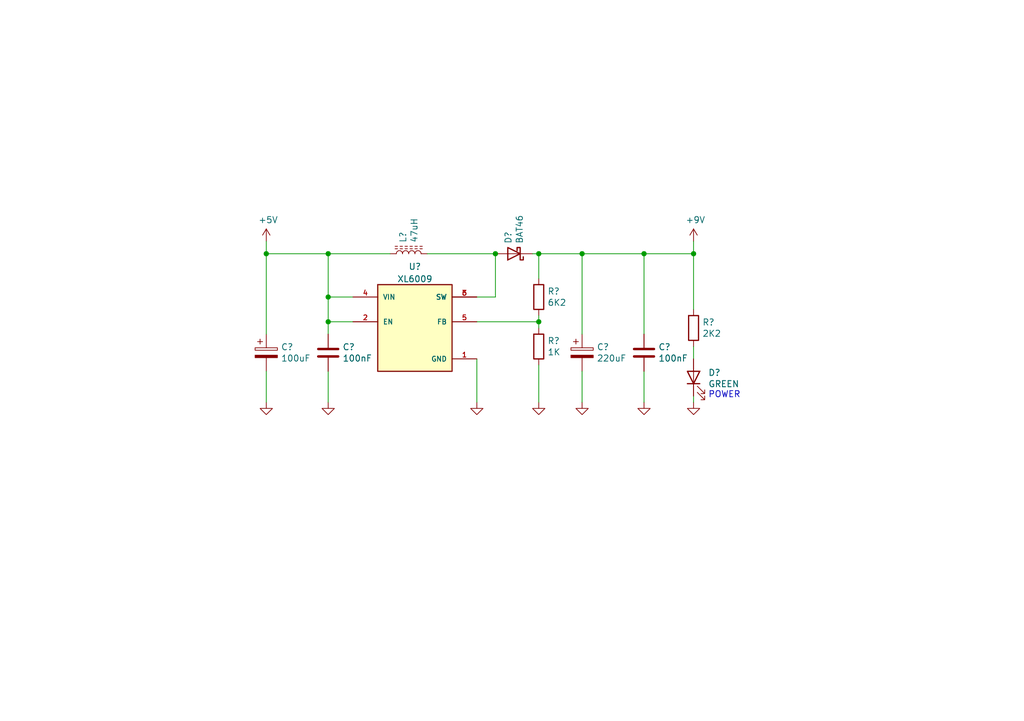
<source format=kicad_sch>
(kicad_sch (version 20211123) (generator eeschema)
  (paper "A5")
  (title_block (title "USB Flash/EPROM Programmer") (date "2022-05-19") (rev "DRAFT") (company "Robson Martins") (comment 1 "https://usbflashprog.robsonmartins.com") (comment 2 "Proposal with Boost Converter to eliminate external power supply.") (comment 3 "This is a DRAFT. Not yet a part of the main project."))
  (lib_symbols
    (symbol "Device:C" (pin_numbers hide) (pin_names (offset 0.254))
      (property "Reference" "C" (at 0.635 2.54 0))
      (property "Value" "C" (at 0.635 -2.54 0))
      (symbol "C_0_1"
        (polyline (pts (xy -2.032 -0.762) (xy 2.032 -0.762)) (stroke (width 0.508)))
        (polyline (pts (xy -2.032 0.762) (xy 2.032 0.762)) (stroke (width 0.508)))
      )
      (symbol "C_1_1"
        (pin passive line (at 0 3.81 270) (length 2.794) (name "~") (number "1"))
        (pin passive line (at 0 -3.81 90) (length 2.794) (name "~") (number "2"))
      )
    )
    (symbol "Device:C_Polarized" (pin_numbers hide) (pin_names (offset 0.254))
      (property "Reference" "C" (at 0.635 2.54 0))
      (property "Value" "C_Polarized" (at 0.635 -2.54 0))
      (symbol "C_Polarized_0_1"
        (rectangle (start -2.286 0.508) (end 2.286 1.016))
        (polyline (pts (xy -1.778 2.286) (xy -0.762 2.286)))
        (polyline (pts (xy -1.27 2.794) (xy -1.27 1.778)))
        (rectangle (start 2.286 -0.508) (end -2.286 -1.016) (fill (type outline)))
      )
      (symbol "C_Polarized_1_1"
        (pin passive line (at 0 3.81 270) (length 2.794) (name "~") (number "1"))
        (pin passive line (at 0 -3.81 90) (length 2.794) (name "~") (number "2"))
      )
    )
    (symbol "Device:LED" (pin_numbers hide) (pin_names (offset 1.016) hide)
      (property "Reference" "D" (at 0 2.54 0))
      (property "Value" "LED" (at 0 -2.54 0))
      (symbol "LED_0_1"
        (polyline (pts (xy -1.27 -1.27) (xy -1.27 1.27)) (stroke (width 0.254)))
        (polyline (pts (xy -1.27 0) (xy 1.27 0)))
        (polyline (pts (xy 1.27 -1.27) (xy 1.27 1.27) (xy -1.27 0) (xy 1.27 -1.27)) (stroke (width 0.254)))
        (polyline (pts (xy -3.048 -0.762) (xy -4.572 -2.286) (xy -3.81 -2.286) (xy -4.572 -2.286) (xy -4.572 -1.524)))
        (polyline (pts (xy -1.778 -0.762) (xy -3.302 -2.286) (xy -2.54 -2.286) (xy -3.302 -2.286) (xy -3.302 -1.524)))
      )
      (symbol "LED_1_1"
        (pin passive line (at -3.81 0 0) (length 2.54) (name "K") (number "1"))
        (pin passive line (at 3.81 0 180) (length 2.54) (name "A") (number "2"))
      )
    )
    (symbol "Device:L_Ferrite" (pin_numbers hide) (pin_names (offset 1.016) hide)
      (property "Reference" "L" (at -1.27 0 90))
      (property "Value" "L_Ferrite" (at 2.794 0 90))
      (symbol "L_Ferrite_0_1"
        (arc (start 0 -2.54) (mid 0.635 -1.905) (end 0 -1.27))
        (arc (start 0 -1.27) (mid 0.635 -0.635) (end 0 0))
        (polyline (pts (xy 1.016 -2.794) (xy 1.016 -2.286)))
        (polyline (pts (xy 1.016 -1.778) (xy 1.016 -1.27)))
        (polyline (pts (xy 1.016 -0.762) (xy 1.016 -0.254)))
        (polyline (pts (xy 1.016 0.254) (xy 1.016 0.762)))
        (polyline (pts (xy 1.016 1.27) (xy 1.016 1.778)))
        (polyline (pts (xy 1.016 2.286) (xy 1.016 2.794)))
        (polyline (pts (xy 1.524 -2.286) (xy 1.524 -2.794)))
        (polyline (pts (xy 1.524 -1.27) (xy 1.524 -1.778)))
        (polyline (pts (xy 1.524 -0.254) (xy 1.524 -0.762)))
        (polyline (pts (xy 1.524 0.762) (xy 1.524 0.254)))
        (polyline (pts (xy 1.524 1.778) (xy 1.524 1.27)))
        (polyline (pts (xy 1.524 2.794) (xy 1.524 2.286)))
        (arc (start 0 0) (mid 0.635 0.635) (end 0 1.27))
        (arc (start 0 1.27) (mid 0.635 1.905) (end 0 2.54))
      )
      (symbol "L_Ferrite_1_1"
        (pin passive line (at 0 3.81 270) (length 1.27) (name "1") (number "1"))
        (pin passive line (at 0 -3.81 90) (length 1.27) (name "2") (number "2"))
      )
    )
    (symbol "Device:R" (pin_numbers hide) (pin_names (offset 0))
      (property "Reference" "R" (at 2.032 0 90))
      (property "Value" "R" (at 0 0 90))
      (symbol "R_0_1"
        (rectangle (start -1.016 -2.54) (end 1.016 2.54) (stroke (width 0.254)))
      )
      (symbol "R_1_1"
        (pin passive line (at 0 3.81 270) (length 1.27) (name "~") (number "1"))
        (pin passive line (at 0 -3.81 90) (length 1.27) (name "~") (number "2"))
      )
    )
    (symbol "Diode:BAT46" (pin_numbers hide) (pin_names (offset 1.016) hide)
      (property "Reference" "D" (at 0 2.54 0))
      (property "Value" "BAT46" (at 0 -2.54 0))
      (symbol "BAT46_0_1"
        (polyline (pts (xy 1.27 0) (xy -1.27 0)))
        (polyline (pts (xy 1.27 1.27) (xy 1.27 -1.27) (xy -1.27 0) (xy 1.27 1.27)) (stroke (width 0.254)))
        (polyline (pts (xy -1.905 0.635) (xy -1.905 1.27) (xy -1.27 1.27) (xy -1.27 -1.27) (xy -0.635 -1.27) (xy -0.635 -0.635)) (stroke (width 0.254)))
      )
      (symbol "BAT46_1_1"
        (pin passive line (at -3.81 0 0) (length 2.54) (name "K") (number "1"))
        (pin passive line (at 3.81 0 180) (length 2.54) (name "A") (number "2"))
      )
    )
    (symbol "XL6009:XL6009" (pin_names (offset 1.016))
      (property "Reference" "VR" (at -7.62 8.89 0))
      (property "Value" "XL6009" (at -7.62 -11.43 0))
      (symbol "XL6009_0_0"
        (rectangle (start -7.62 -10.16) (end 7.62 7.62) (stroke (width 0.254)) (fill (type background)))
        (pin power_in line (at 12.7 -7.62 180) (length 5.08) (name "GND") (number "1"))
        (pin input line (at -12.7 0 0) (length 5.08) (name "EN") (number "2"))
        (pin output line (at 12.7 5.08 180) (length 5.08) (name "SW") (number "3"))
        (pin input line (at -12.7 5.08 0) (length 5.08) (name "VIN") (number "4"))
        (pin input line (at 12.7 0 180) (length 5.08) (name "FB") (number "5"))
        (pin output line (at 12.7 5.08 180) (length 5.08) (name "SW") (number "6"))
      )
    )
    (symbol "power:+5V" (power) (pin_names (offset 0))
      (property "Value" "+5V" (at 0 3.556 0))
      (symbol "+5V_0_1"
        (polyline (pts (xy -0.762 1.27) (xy 0 2.54)))
        (polyline (pts (xy 0 0) (xy 0 2.54)))
        (polyline (pts (xy 0 2.54) (xy 0.762 1.27)))
      )
      (symbol "+5V_1_1"
        (pin power_in line (at 0 0 90) (length 0) hide (name "+5V") (number "1"))
      )
    )
    (symbol "power:+9V" (power) (pin_names (offset 0))
      (property "Value" "+9V" (at 0 3.556 0))
      (symbol "+9V_0_1"
        (polyline (pts (xy -0.762 1.27) (xy 0 2.54)))
        (polyline (pts (xy 0 0) (xy 0 2.54)))
        (polyline (pts (xy 0 2.54) (xy 0.762 1.27)))
      )
      (symbol "+9V_1_1"
        (pin power_in line (at 0 0 90) (length 0) hide (name "+9V") (number "1"))
      )
    )
    (symbol "power:GND" (power) (pin_names (offset 0))
      (property "Value" "GND" (at 0 -3.81 0))
      (symbol "GND_0_1"
        (polyline (pts (xy 0 0) (xy 0 -1.27) (xy 1.27 -1.27) (xy 0 -2.54) (xy -1.27 -1.27) (xy 0 -1.27)))
      )
      (symbol "GND_1_1"
        (pin power_in line (at 0 0 270) (length 0) hide (name "GND") (number "1"))
      )
    )
  )
  (junction (at 142.24 52.07))
  (junction (at 54.61 52.07))
  (junction (at 132.08 52.07))
  (junction (at 67.31 66.04))
  (junction (at 101.6 52.07))
  (junction (at 67.31 60.96))
  (junction (at 119.38 52.07))
  (junction (at 67.31 52.07))
  (junction (at 110.49 66.04))
  (junction (at 110.49 52.07))
  (wire (pts (xy 67.31 60.96) (xy 67.31 52.07)))
  (wire (pts (xy 119.38 82.55) (xy 119.38 76.2)))
  (wire (pts (xy 132.08 52.07) (xy 132.08 68.58)))
  (wire (pts (xy 142.24 52.07) (xy 132.08 52.07)))
  (wire (pts (xy 119.38 52.07) (xy 119.38 68.58)))
  (wire (pts (xy 67.31 66.04) (xy 72.39 66.04)))
  (wire (pts (xy 54.61 52.07) (xy 54.61 68.58)))
  (wire (pts (xy 72.39 60.96) (xy 67.31 60.96)))
  (wire (pts (xy 110.49 64.77) (xy 110.49 66.04)))
  (wire (pts (xy 54.61 52.07) (xy 67.31 52.07)))
  (wire (pts (xy 67.31 52.07) (xy 80.01 52.07)))
  (wire (pts (xy 54.61 82.55) (xy 54.61 76.2)))
  (wire (pts (xy 110.49 57.15) (xy 110.49 52.07)))
  (wire (pts (xy 142.24 49.53) (xy 142.24 52.07)))
  (wire (pts (xy 110.49 52.07) (xy 109.22 52.07)))
  (wire (pts (xy 110.49 74.93) (xy 110.49 82.55)))
  (wire (pts (xy 54.61 52.07) (xy 54.61 49.53)))
  (wire (pts (xy 101.6 60.96) (xy 97.79 60.96)))
  (wire (pts (xy 101.6 52.07) (xy 101.6 60.96)))
  (wire (pts (xy 97.79 66.04) (xy 110.49 66.04)))
  (wire (pts (xy 142.24 81.28) (xy 142.24 82.55)))
  (wire (pts (xy 97.79 73.66) (xy 97.79 82.55)))
  (wire (pts (xy 119.38 52.07) (xy 132.08 52.07)))
  (wire (pts (xy 132.08 76.2) (xy 132.08 82.55)))
  (wire (pts (xy 142.24 73.66) (xy 142.24 71.12)))
  (wire (pts (xy 67.31 66.04) (xy 67.31 68.58)))
  (wire (pts (xy 87.63 52.07) (xy 101.6 52.07)))
  (wire (pts (xy 67.31 60.96) (xy 67.31 66.04)))
  (wire (pts (xy 142.24 63.5) (xy 142.24 52.07)))
  (wire (pts (xy 67.31 76.2) (xy 67.31 82.55)))
  (wire (pts (xy 110.49 66.04) (xy 110.49 67.31)))
  (wire (pts (xy 110.49 52.07) (xy 119.38 52.07)))
  (text "POWER" (at 145.2372 81.8388 0) (effects (font (size 1.27 1.27)) (justify left bottom)))
  (symbol (lib_id "Device:C") (at 132.08 72.39 0) (unit 1)
    (property "Reference" "C?" (at 135.001 71.2216 0) (effects (justify left)))
    (property "Value" "100nF" (at 135.001 73.533 0) (effects (justify left)))
    (property "Footprint" "Capacitor_THT:C_Disc_D6.0mm_W2.5mm_P5.00mm" (effects hide))
  )
  (symbol (lib_id "Device:R") (at 142.24 67.31 0) (unit 1)
    (property "Reference" "R?" (at 144.018 66.1416 0) (effects (justify left)))
    (property "Value" "2K2" (at 144.018 68.453 0) (effects (justify left)))
    (property "Footprint" "Resistor_THT:R_Axial_DIN0207_L6.3mm_D2.5mm_P10.16mm_Horizontal" (effects hide))
  )
  (symbol (lib_id "Diode:BAT46") (at 105.41 52.07 180) (unit 1)
    (property "Reference" "D?" (at 104.2416 50.038 90) (effects (justify right)))
    (property "Value" "BAT46" (at 106.553 50.038 90) (effects (justify right)))
    (property "Footprint" "Diode_THT:D_DO-35_SOD27_P7.62mm_Horizontal" (effects hide))
    (property "Datasheet" "http://www.vishay.com/docs/85662/bat46.pdf" (effects hide))
  )
  (symbol (lib_id "Device:L_Ferrite") (at 83.82 52.07 90) (unit 1)
    (property "Reference" "L?" (at 82.6516 49.8348 0) (effects (justify left)))
    (property "Value" "47uH" (at 84.963 49.8348 0) (effects (justify left)))
    (property "Footprint" "Inductor_THT:L_Toroid_Vertical_L13.0mm_W6.5mm_P5.60mm" (effects hide))
  )
  (symbol (lib_id "XL6009:XL6009") (at 85.09 66.04 0) (unit 1)
    (property "Reference" "U?" (at 85.09 54.7202 0))
    (property "Value" "XL6009" (at 85.09 57.2571 0))
    (property "Footprint" "lib:DPAK170P1435X465-6N" (effects hide))
    (property "STANDARD" "IPC-7351B" (effects hide))
    (property "PARTREV" "1.1" (effects hide))
    (property "MANUFACTURER" "XLSEMI" (effects hide))
    (property "MAXIMUM_PACKAGE_HEIGHT" "4.65mm" (effects hide))
  )
  (symbol (lib_id "power:GND") (at 132.08 82.55 0) (unit 1)
    (property "Reference" "#PWR?" (effects hide))
    (property "Value" "GND" (effects hide))
  )
  (symbol (lib_id "power:+5V") (at 54.61 49.53 0) (unit 1)
    (property "Reference" "#PWR?" (effects hide))
    (property "Value" "+5V" (at 54.991 45.1358 0))
  )
  (symbol (lib_id "Device:C_Polarized") (at 54.61 72.39 0) (unit 1)
    (property "Reference" "C?" (at 57.6072 71.2216 0) (effects (justify left)))
    (property "Value" "100uF" (at 57.6072 73.533 0) (effects (justify left)))
    (property "Footprint" "Capacitor_THT:CP_Radial_D5.0mm_P2.50mm" (effects hide))
  )
  (symbol (lib_id "power:+9V") (at 142.24 49.53 0) (unit 1)
    (property "Reference" "#PWR?" (effects hide))
    (property "Value" "+9V" (at 142.621 45.1358 0))
  )
  (symbol (lib_id "power:GND") (at 54.61 82.55 0) (unit 1)
    (property "Reference" "#PWR?" (effects hide))
    (property "Value" "GND" (effects hide))
  )
  (symbol (lib_id "power:GND") (at 142.24 82.55 0) (unit 1)
    (property "Reference" "#PWR?" (effects hide))
    (property "Value" "GND" (effects hide))
  )
  (symbol (lib_id "Device:C") (at 67.31 72.39 0) (unit 1)
    (property "Reference" "C?" (at 70.231 71.2216 0) (effects (justify left)))
    (property "Value" "100nF" (at 70.231 73.533 0) (effects (justify left)))
    (property "Footprint" "Capacitor_THT:C_Disc_D6.0mm_W2.5mm_P5.00mm" (effects hide))
  )
  (symbol (lib_id "power:GND") (at 110.49 82.55 0) (unit 1)
    (property "Reference" "#PWR?" (effects hide))
    (property "Value" "GND" (effects hide))
  )
  (symbol (lib_id "power:GND") (at 97.79 82.55 0) (unit 1)
    (property "Reference" "#PWR?" (effects hide))
    (property "Value" "GND" (effects hide))
  )
  (symbol (lib_id "Device:LED") (at 142.24 77.47 90) (unit 1)
    (property "Reference" "D?" (at 145.2372 76.4794 90) (effects (justify right)))
    (property "Value" "GREEN" (at 145.2372 78.7908 90) (effects (justify right)))
    (property "Footprint" "LED_THT:LED_D3.0mm" (effects hide))
  )
  (symbol (lib_id "Device:R") (at 110.49 71.12 0) (unit 1)
    (property "Reference" "R?" (at 112.268 69.9516 0) (effects (justify left)))
    (property "Value" "1K" (at 112.268 72.263 0) (effects (justify left)))
    (property "Footprint" "Resistor_THT:R_Axial_DIN0207_L6.3mm_D2.5mm_P10.16mm_Horizontal" (effects hide))
  )
  (symbol (lib_id "Device:C_Polarized") (at 119.38 72.39 0) (unit 1)
    (property "Reference" "C?" (at 122.3772 71.2216 0) (effects (justify left)))
    (property "Value" "220uF" (at 122.3772 73.533 0) (effects (justify left)))
    (property "Footprint" "Capacitor_THT:CP_Radial_D5.0mm_P2.50mm" (effects hide))
  )
  (symbol (lib_id "Device:R") (at 110.49 60.96 0) (unit 1)
    (property "Reference" "R?" (at 112.268 59.7916 0) (effects (justify left)))
    (property "Value" "6K2" (at 112.268 62.103 0) (effects (justify left)))
    (property "Footprint" "Resistor_THT:R_Axial_DIN0207_L6.3mm_D2.5mm_P10.16mm_Horizontal" (effects hide))
  )
  (symbol (lib_id "power:GND") (at 67.31 82.55 0) (unit 1)
    (property "Reference" "#PWR?" (effects hide))
    (property "Value" "GND" (effects hide))
  )
  (symbol (lib_id "power:GND") (at 119.38 82.55 0) (unit 1)
    (property "Reference" "#PWR?" (effects hide))
    (property "Value" "GND" (effects hide))
  )
)
</source>
